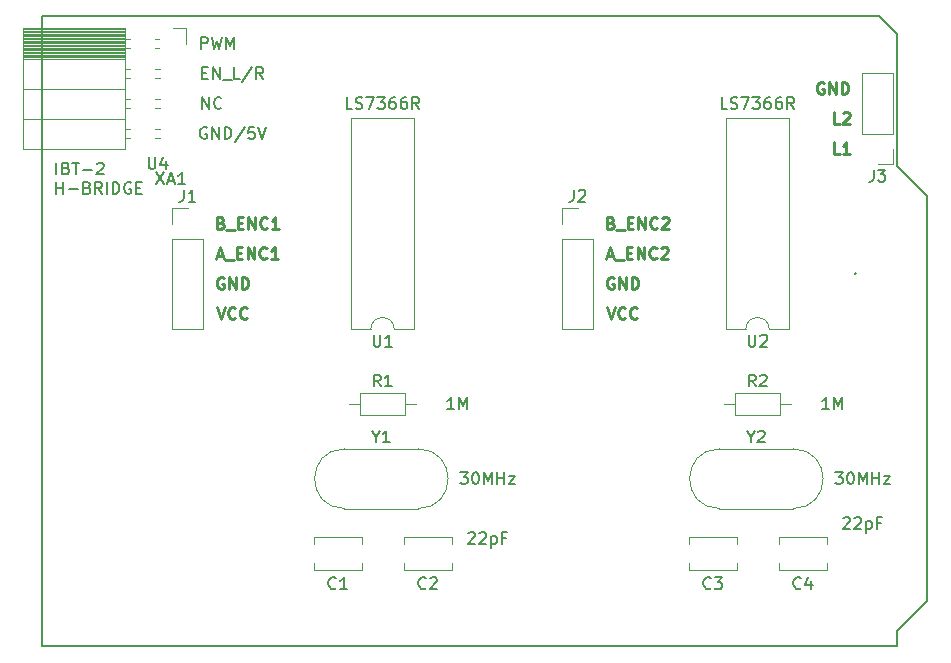
<source format=gbr>
G04 #@! TF.GenerationSoftware,KiCad,Pcbnew,(5.1.4-0-10_14)*
G04 #@! TF.CreationDate,2019-10-20T20:35:26-03:00*
G04 #@! TF.ProjectId,shield,73686965-6c64-42e6-9b69-6361645f7063,rev?*
G04 #@! TF.SameCoordinates,Original*
G04 #@! TF.FileFunction,Legend,Top*
G04 #@! TF.FilePolarity,Positive*
%FSLAX46Y46*%
G04 Gerber Fmt 4.6, Leading zero omitted, Abs format (unit mm)*
G04 Created by KiCad (PCBNEW (5.1.4-0-10_14)) date 2019-10-20 20:35:26*
%MOMM*%
%LPD*%
G04 APERTURE LIST*
%ADD10C,0.150000*%
%ADD11C,0.250000*%
%ADD12C,0.120000*%
G04 APERTURE END LIST*
D10*
X107015595Y-74557380D02*
X107015595Y-73557380D01*
X107825119Y-74033571D02*
X107967976Y-74081190D01*
X108015595Y-74128809D01*
X108063214Y-74224047D01*
X108063214Y-74366904D01*
X108015595Y-74462142D01*
X107967976Y-74509761D01*
X107872738Y-74557380D01*
X107491785Y-74557380D01*
X107491785Y-73557380D01*
X107825119Y-73557380D01*
X107920357Y-73605000D01*
X107967976Y-73652619D01*
X108015595Y-73747857D01*
X108015595Y-73843095D01*
X107967976Y-73938333D01*
X107920357Y-73985952D01*
X107825119Y-74033571D01*
X107491785Y-74033571D01*
X108348928Y-73557380D02*
X108920357Y-73557380D01*
X108634642Y-74557380D02*
X108634642Y-73557380D01*
X109253690Y-74176428D02*
X110015595Y-74176428D01*
X110444166Y-73652619D02*
X110491785Y-73605000D01*
X110587023Y-73557380D01*
X110825119Y-73557380D01*
X110920357Y-73605000D01*
X110967976Y-73652619D01*
X111015595Y-73747857D01*
X111015595Y-73843095D01*
X110967976Y-73985952D01*
X110396547Y-74557380D01*
X111015595Y-74557380D01*
X107015595Y-76207380D02*
X107015595Y-75207380D01*
X107015595Y-75683571D02*
X107587023Y-75683571D01*
X107587023Y-76207380D02*
X107587023Y-75207380D01*
X108063214Y-75826428D02*
X108825119Y-75826428D01*
X109634642Y-75683571D02*
X109777500Y-75731190D01*
X109825119Y-75778809D01*
X109872738Y-75874047D01*
X109872738Y-76016904D01*
X109825119Y-76112142D01*
X109777500Y-76159761D01*
X109682261Y-76207380D01*
X109301309Y-76207380D01*
X109301309Y-75207380D01*
X109634642Y-75207380D01*
X109729880Y-75255000D01*
X109777500Y-75302619D01*
X109825119Y-75397857D01*
X109825119Y-75493095D01*
X109777500Y-75588333D01*
X109729880Y-75635952D01*
X109634642Y-75683571D01*
X109301309Y-75683571D01*
X110872738Y-76207380D02*
X110539404Y-75731190D01*
X110301309Y-76207380D02*
X110301309Y-75207380D01*
X110682261Y-75207380D01*
X110777500Y-75255000D01*
X110825119Y-75302619D01*
X110872738Y-75397857D01*
X110872738Y-75540714D01*
X110825119Y-75635952D01*
X110777500Y-75683571D01*
X110682261Y-75731190D01*
X110301309Y-75731190D01*
X111301309Y-76207380D02*
X111301309Y-75207380D01*
X111777500Y-76207380D02*
X111777500Y-75207380D01*
X112015595Y-75207380D01*
X112158452Y-75255000D01*
X112253690Y-75350238D01*
X112301309Y-75445476D01*
X112348928Y-75635952D01*
X112348928Y-75778809D01*
X112301309Y-75969285D01*
X112253690Y-76064523D01*
X112158452Y-76159761D01*
X112015595Y-76207380D01*
X111777500Y-76207380D01*
X113301309Y-75255000D02*
X113206071Y-75207380D01*
X113063214Y-75207380D01*
X112920357Y-75255000D01*
X112825119Y-75350238D01*
X112777500Y-75445476D01*
X112729880Y-75635952D01*
X112729880Y-75778809D01*
X112777500Y-75969285D01*
X112825119Y-76064523D01*
X112920357Y-76159761D01*
X113063214Y-76207380D01*
X113158452Y-76207380D01*
X113301309Y-76159761D01*
X113348928Y-76112142D01*
X113348928Y-75778809D01*
X113158452Y-75778809D01*
X113777500Y-75683571D02*
X114110833Y-75683571D01*
X114253690Y-76207380D02*
X113777500Y-76207380D01*
X113777500Y-75207380D01*
X114253690Y-75207380D01*
X141867142Y-104957619D02*
X141914761Y-104910000D01*
X142010000Y-104862380D01*
X142248095Y-104862380D01*
X142343333Y-104910000D01*
X142390952Y-104957619D01*
X142438571Y-105052857D01*
X142438571Y-105148095D01*
X142390952Y-105290952D01*
X141819523Y-105862380D01*
X142438571Y-105862380D01*
X142819523Y-104957619D02*
X142867142Y-104910000D01*
X142962380Y-104862380D01*
X143200476Y-104862380D01*
X143295714Y-104910000D01*
X143343333Y-104957619D01*
X143390952Y-105052857D01*
X143390952Y-105148095D01*
X143343333Y-105290952D01*
X142771904Y-105862380D01*
X143390952Y-105862380D01*
X143819523Y-105195714D02*
X143819523Y-106195714D01*
X143819523Y-105243333D02*
X143914761Y-105195714D01*
X144105238Y-105195714D01*
X144200476Y-105243333D01*
X144248095Y-105290952D01*
X144295714Y-105386190D01*
X144295714Y-105671904D01*
X144248095Y-105767142D01*
X144200476Y-105814761D01*
X144105238Y-105862380D01*
X143914761Y-105862380D01*
X143819523Y-105814761D01*
X145057619Y-105338571D02*
X144724285Y-105338571D01*
X144724285Y-105862380D02*
X144724285Y-104862380D01*
X145200476Y-104862380D01*
X141200476Y-99782380D02*
X141819523Y-99782380D01*
X141486190Y-100163333D01*
X141629047Y-100163333D01*
X141724285Y-100210952D01*
X141771904Y-100258571D01*
X141819523Y-100353809D01*
X141819523Y-100591904D01*
X141771904Y-100687142D01*
X141724285Y-100734761D01*
X141629047Y-100782380D01*
X141343333Y-100782380D01*
X141248095Y-100734761D01*
X141200476Y-100687142D01*
X142438571Y-99782380D02*
X142533809Y-99782380D01*
X142629047Y-99830000D01*
X142676666Y-99877619D01*
X142724285Y-99972857D01*
X142771904Y-100163333D01*
X142771904Y-100401428D01*
X142724285Y-100591904D01*
X142676666Y-100687142D01*
X142629047Y-100734761D01*
X142533809Y-100782380D01*
X142438571Y-100782380D01*
X142343333Y-100734761D01*
X142295714Y-100687142D01*
X142248095Y-100591904D01*
X142200476Y-100401428D01*
X142200476Y-100163333D01*
X142248095Y-99972857D01*
X142295714Y-99877619D01*
X142343333Y-99830000D01*
X142438571Y-99782380D01*
X143200476Y-100782380D02*
X143200476Y-99782380D01*
X143533809Y-100496666D01*
X143867142Y-99782380D01*
X143867142Y-100782380D01*
X144343333Y-100782380D02*
X144343333Y-99782380D01*
X144343333Y-100258571D02*
X144914761Y-100258571D01*
X144914761Y-100782380D02*
X144914761Y-99782380D01*
X145295714Y-100115714D02*
X145819523Y-100115714D01*
X145295714Y-100782380D01*
X145819523Y-100782380D01*
X140684285Y-94432380D02*
X140112857Y-94432380D01*
X140398571Y-94432380D02*
X140398571Y-93432380D01*
X140303333Y-93575238D01*
X140208095Y-93670476D01*
X140112857Y-93718095D01*
X141112857Y-94432380D02*
X141112857Y-93432380D01*
X141446190Y-94146666D01*
X141779523Y-93432380D01*
X141779523Y-94432380D01*
X132048571Y-69032380D02*
X131572380Y-69032380D01*
X131572380Y-68032380D01*
X132334285Y-68984761D02*
X132477142Y-69032380D01*
X132715238Y-69032380D01*
X132810476Y-68984761D01*
X132858095Y-68937142D01*
X132905714Y-68841904D01*
X132905714Y-68746666D01*
X132858095Y-68651428D01*
X132810476Y-68603809D01*
X132715238Y-68556190D01*
X132524761Y-68508571D01*
X132429523Y-68460952D01*
X132381904Y-68413333D01*
X132334285Y-68318095D01*
X132334285Y-68222857D01*
X132381904Y-68127619D01*
X132429523Y-68080000D01*
X132524761Y-68032380D01*
X132762857Y-68032380D01*
X132905714Y-68080000D01*
X133239047Y-68032380D02*
X133905714Y-68032380D01*
X133477142Y-69032380D01*
X134191428Y-68032380D02*
X134810476Y-68032380D01*
X134477142Y-68413333D01*
X134620000Y-68413333D01*
X134715238Y-68460952D01*
X134762857Y-68508571D01*
X134810476Y-68603809D01*
X134810476Y-68841904D01*
X134762857Y-68937142D01*
X134715238Y-68984761D01*
X134620000Y-69032380D01*
X134334285Y-69032380D01*
X134239047Y-68984761D01*
X134191428Y-68937142D01*
X135667619Y-68032380D02*
X135477142Y-68032380D01*
X135381904Y-68080000D01*
X135334285Y-68127619D01*
X135239047Y-68270476D01*
X135191428Y-68460952D01*
X135191428Y-68841904D01*
X135239047Y-68937142D01*
X135286666Y-68984761D01*
X135381904Y-69032380D01*
X135572380Y-69032380D01*
X135667619Y-68984761D01*
X135715238Y-68937142D01*
X135762857Y-68841904D01*
X135762857Y-68603809D01*
X135715238Y-68508571D01*
X135667619Y-68460952D01*
X135572380Y-68413333D01*
X135381904Y-68413333D01*
X135286666Y-68460952D01*
X135239047Y-68508571D01*
X135191428Y-68603809D01*
X136620000Y-68032380D02*
X136429523Y-68032380D01*
X136334285Y-68080000D01*
X136286666Y-68127619D01*
X136191428Y-68270476D01*
X136143809Y-68460952D01*
X136143809Y-68841904D01*
X136191428Y-68937142D01*
X136239047Y-68984761D01*
X136334285Y-69032380D01*
X136524761Y-69032380D01*
X136620000Y-68984761D01*
X136667619Y-68937142D01*
X136715238Y-68841904D01*
X136715238Y-68603809D01*
X136667619Y-68508571D01*
X136620000Y-68460952D01*
X136524761Y-68413333D01*
X136334285Y-68413333D01*
X136239047Y-68460952D01*
X136191428Y-68508571D01*
X136143809Y-68603809D01*
X137715238Y-69032380D02*
X137381904Y-68556190D01*
X137143809Y-69032380D02*
X137143809Y-68032380D01*
X137524761Y-68032380D01*
X137620000Y-68080000D01*
X137667619Y-68127619D01*
X137715238Y-68222857D01*
X137715238Y-68365714D01*
X137667619Y-68460952D01*
X137620000Y-68508571D01*
X137524761Y-68556190D01*
X137143809Y-68556190D01*
X119729523Y-70620000D02*
X119634285Y-70572380D01*
X119491428Y-70572380D01*
X119348571Y-70620000D01*
X119253333Y-70715238D01*
X119205714Y-70810476D01*
X119158095Y-71000952D01*
X119158095Y-71143809D01*
X119205714Y-71334285D01*
X119253333Y-71429523D01*
X119348571Y-71524761D01*
X119491428Y-71572380D01*
X119586666Y-71572380D01*
X119729523Y-71524761D01*
X119777142Y-71477142D01*
X119777142Y-71143809D01*
X119586666Y-71143809D01*
X120205714Y-71572380D02*
X120205714Y-70572380D01*
X120777142Y-71572380D01*
X120777142Y-70572380D01*
X121253333Y-71572380D02*
X121253333Y-70572380D01*
X121491428Y-70572380D01*
X121634285Y-70620000D01*
X121729523Y-70715238D01*
X121777142Y-70810476D01*
X121824761Y-71000952D01*
X121824761Y-71143809D01*
X121777142Y-71334285D01*
X121729523Y-71429523D01*
X121634285Y-71524761D01*
X121491428Y-71572380D01*
X121253333Y-71572380D01*
X122967619Y-70524761D02*
X122110476Y-71810476D01*
X123777142Y-70572380D02*
X123300952Y-70572380D01*
X123253333Y-71048571D01*
X123300952Y-71000952D01*
X123396190Y-70953333D01*
X123634285Y-70953333D01*
X123729523Y-71000952D01*
X123777142Y-71048571D01*
X123824761Y-71143809D01*
X123824761Y-71381904D01*
X123777142Y-71477142D01*
X123729523Y-71524761D01*
X123634285Y-71572380D01*
X123396190Y-71572380D01*
X123300952Y-71524761D01*
X123253333Y-71477142D01*
X124110476Y-70572380D02*
X124443809Y-71572380D01*
X124777142Y-70572380D01*
X119356190Y-69032380D02*
X119356190Y-68032380D01*
X119927619Y-69032380D01*
X119927619Y-68032380D01*
X120975238Y-68937142D02*
X120927619Y-68984761D01*
X120784761Y-69032380D01*
X120689523Y-69032380D01*
X120546666Y-68984761D01*
X120451428Y-68889523D01*
X120403809Y-68794285D01*
X120356190Y-68603809D01*
X120356190Y-68460952D01*
X120403809Y-68270476D01*
X120451428Y-68175238D01*
X120546666Y-68080000D01*
X120689523Y-68032380D01*
X120784761Y-68032380D01*
X120927619Y-68080000D01*
X120975238Y-68127619D01*
X119372380Y-65968571D02*
X119705714Y-65968571D01*
X119848571Y-66492380D02*
X119372380Y-66492380D01*
X119372380Y-65492380D01*
X119848571Y-65492380D01*
X120277142Y-66492380D02*
X120277142Y-65492380D01*
X120848571Y-66492380D01*
X120848571Y-65492380D01*
X121086666Y-66587619D02*
X121848571Y-66587619D01*
X122562857Y-66492380D02*
X122086666Y-66492380D01*
X122086666Y-65492380D01*
X123610476Y-65444761D02*
X122753333Y-66730476D01*
X124515238Y-66492380D02*
X124181904Y-66016190D01*
X123943809Y-66492380D02*
X123943809Y-65492380D01*
X124324761Y-65492380D01*
X124420000Y-65540000D01*
X124467619Y-65587619D01*
X124515238Y-65682857D01*
X124515238Y-65825714D01*
X124467619Y-65920952D01*
X124420000Y-65968571D01*
X124324761Y-66016190D01*
X123943809Y-66016190D01*
X119245238Y-63952380D02*
X119245238Y-62952380D01*
X119626190Y-62952380D01*
X119721428Y-63000000D01*
X119769047Y-63047619D01*
X119816666Y-63142857D01*
X119816666Y-63285714D01*
X119769047Y-63380952D01*
X119721428Y-63428571D01*
X119626190Y-63476190D01*
X119245238Y-63476190D01*
X120150000Y-62952380D02*
X120388095Y-63952380D01*
X120578571Y-63238095D01*
X120769047Y-63952380D01*
X121007142Y-62952380D01*
X121388095Y-63952380D02*
X121388095Y-62952380D01*
X121721428Y-63666666D01*
X122054761Y-62952380D01*
X122054761Y-63952380D01*
X163798571Y-69032380D02*
X163322380Y-69032380D01*
X163322380Y-68032380D01*
X164084285Y-68984761D02*
X164227142Y-69032380D01*
X164465238Y-69032380D01*
X164560476Y-68984761D01*
X164608095Y-68937142D01*
X164655714Y-68841904D01*
X164655714Y-68746666D01*
X164608095Y-68651428D01*
X164560476Y-68603809D01*
X164465238Y-68556190D01*
X164274761Y-68508571D01*
X164179523Y-68460952D01*
X164131904Y-68413333D01*
X164084285Y-68318095D01*
X164084285Y-68222857D01*
X164131904Y-68127619D01*
X164179523Y-68080000D01*
X164274761Y-68032380D01*
X164512857Y-68032380D01*
X164655714Y-68080000D01*
X164989047Y-68032380D02*
X165655714Y-68032380D01*
X165227142Y-69032380D01*
X165941428Y-68032380D02*
X166560476Y-68032380D01*
X166227142Y-68413333D01*
X166370000Y-68413333D01*
X166465238Y-68460952D01*
X166512857Y-68508571D01*
X166560476Y-68603809D01*
X166560476Y-68841904D01*
X166512857Y-68937142D01*
X166465238Y-68984761D01*
X166370000Y-69032380D01*
X166084285Y-69032380D01*
X165989047Y-68984761D01*
X165941428Y-68937142D01*
X167417619Y-68032380D02*
X167227142Y-68032380D01*
X167131904Y-68080000D01*
X167084285Y-68127619D01*
X166989047Y-68270476D01*
X166941428Y-68460952D01*
X166941428Y-68841904D01*
X166989047Y-68937142D01*
X167036666Y-68984761D01*
X167131904Y-69032380D01*
X167322380Y-69032380D01*
X167417619Y-68984761D01*
X167465238Y-68937142D01*
X167512857Y-68841904D01*
X167512857Y-68603809D01*
X167465238Y-68508571D01*
X167417619Y-68460952D01*
X167322380Y-68413333D01*
X167131904Y-68413333D01*
X167036666Y-68460952D01*
X166989047Y-68508571D01*
X166941428Y-68603809D01*
X168370000Y-68032380D02*
X168179523Y-68032380D01*
X168084285Y-68080000D01*
X168036666Y-68127619D01*
X167941428Y-68270476D01*
X167893809Y-68460952D01*
X167893809Y-68841904D01*
X167941428Y-68937142D01*
X167989047Y-68984761D01*
X168084285Y-69032380D01*
X168274761Y-69032380D01*
X168370000Y-68984761D01*
X168417619Y-68937142D01*
X168465238Y-68841904D01*
X168465238Y-68603809D01*
X168417619Y-68508571D01*
X168370000Y-68460952D01*
X168274761Y-68413333D01*
X168084285Y-68413333D01*
X167989047Y-68460952D01*
X167941428Y-68508571D01*
X167893809Y-68603809D01*
X169465238Y-69032380D02*
X169131904Y-68556190D01*
X168893809Y-69032380D02*
X168893809Y-68032380D01*
X169274761Y-68032380D01*
X169370000Y-68080000D01*
X169417619Y-68127619D01*
X169465238Y-68222857D01*
X169465238Y-68365714D01*
X169417619Y-68460952D01*
X169370000Y-68508571D01*
X169274761Y-68556190D01*
X168893809Y-68556190D01*
X172434285Y-94432380D02*
X171862857Y-94432380D01*
X172148571Y-94432380D02*
X172148571Y-93432380D01*
X172053333Y-93575238D01*
X171958095Y-93670476D01*
X171862857Y-93718095D01*
X172862857Y-94432380D02*
X172862857Y-93432380D01*
X173196190Y-94146666D01*
X173529523Y-93432380D01*
X173529523Y-94432380D01*
X173617142Y-103687619D02*
X173664761Y-103640000D01*
X173760000Y-103592380D01*
X173998095Y-103592380D01*
X174093333Y-103640000D01*
X174140952Y-103687619D01*
X174188571Y-103782857D01*
X174188571Y-103878095D01*
X174140952Y-104020952D01*
X173569523Y-104592380D01*
X174188571Y-104592380D01*
X174569523Y-103687619D02*
X174617142Y-103640000D01*
X174712380Y-103592380D01*
X174950476Y-103592380D01*
X175045714Y-103640000D01*
X175093333Y-103687619D01*
X175140952Y-103782857D01*
X175140952Y-103878095D01*
X175093333Y-104020952D01*
X174521904Y-104592380D01*
X175140952Y-104592380D01*
X175569523Y-103925714D02*
X175569523Y-104925714D01*
X175569523Y-103973333D02*
X175664761Y-103925714D01*
X175855238Y-103925714D01*
X175950476Y-103973333D01*
X175998095Y-104020952D01*
X176045714Y-104116190D01*
X176045714Y-104401904D01*
X175998095Y-104497142D01*
X175950476Y-104544761D01*
X175855238Y-104592380D01*
X175664761Y-104592380D01*
X175569523Y-104544761D01*
X176807619Y-104068571D02*
X176474285Y-104068571D01*
X176474285Y-104592380D02*
X176474285Y-103592380D01*
X176950476Y-103592380D01*
X172950476Y-99782380D02*
X173569523Y-99782380D01*
X173236190Y-100163333D01*
X173379047Y-100163333D01*
X173474285Y-100210952D01*
X173521904Y-100258571D01*
X173569523Y-100353809D01*
X173569523Y-100591904D01*
X173521904Y-100687142D01*
X173474285Y-100734761D01*
X173379047Y-100782380D01*
X173093333Y-100782380D01*
X172998095Y-100734761D01*
X172950476Y-100687142D01*
X174188571Y-99782380D02*
X174283809Y-99782380D01*
X174379047Y-99830000D01*
X174426666Y-99877619D01*
X174474285Y-99972857D01*
X174521904Y-100163333D01*
X174521904Y-100401428D01*
X174474285Y-100591904D01*
X174426666Y-100687142D01*
X174379047Y-100734761D01*
X174283809Y-100782380D01*
X174188571Y-100782380D01*
X174093333Y-100734761D01*
X174045714Y-100687142D01*
X173998095Y-100591904D01*
X173950476Y-100401428D01*
X173950476Y-100163333D01*
X173998095Y-99972857D01*
X174045714Y-99877619D01*
X174093333Y-99830000D01*
X174188571Y-99782380D01*
X174950476Y-100782380D02*
X174950476Y-99782380D01*
X175283809Y-100496666D01*
X175617142Y-99782380D01*
X175617142Y-100782380D01*
X176093333Y-100782380D02*
X176093333Y-99782380D01*
X176093333Y-100258571D02*
X176664761Y-100258571D01*
X176664761Y-100782380D02*
X176664761Y-99782380D01*
X177045714Y-100115714D02*
X177569523Y-100115714D01*
X177045714Y-100782380D01*
X177569523Y-100782380D01*
D11*
X120928095Y-78668571D02*
X121070952Y-78716190D01*
X121118571Y-78763809D01*
X121166190Y-78859047D01*
X121166190Y-79001904D01*
X121118571Y-79097142D01*
X121070952Y-79144761D01*
X120975714Y-79192380D01*
X120594761Y-79192380D01*
X120594761Y-78192380D01*
X120928095Y-78192380D01*
X121023333Y-78240000D01*
X121070952Y-78287619D01*
X121118571Y-78382857D01*
X121118571Y-78478095D01*
X121070952Y-78573333D01*
X121023333Y-78620952D01*
X120928095Y-78668571D01*
X120594761Y-78668571D01*
X121356666Y-79287619D02*
X122118571Y-79287619D01*
X122356666Y-78668571D02*
X122690000Y-78668571D01*
X122832857Y-79192380D02*
X122356666Y-79192380D01*
X122356666Y-78192380D01*
X122832857Y-78192380D01*
X123261428Y-79192380D02*
X123261428Y-78192380D01*
X123832857Y-79192380D01*
X123832857Y-78192380D01*
X124880476Y-79097142D02*
X124832857Y-79144761D01*
X124690000Y-79192380D01*
X124594761Y-79192380D01*
X124451904Y-79144761D01*
X124356666Y-79049523D01*
X124309047Y-78954285D01*
X124261428Y-78763809D01*
X124261428Y-78620952D01*
X124309047Y-78430476D01*
X124356666Y-78335238D01*
X124451904Y-78240000D01*
X124594761Y-78192380D01*
X124690000Y-78192380D01*
X124832857Y-78240000D01*
X124880476Y-78287619D01*
X125832857Y-79192380D02*
X125261428Y-79192380D01*
X125547142Y-79192380D02*
X125547142Y-78192380D01*
X125451904Y-78335238D01*
X125356666Y-78430476D01*
X125261428Y-78478095D01*
X121158095Y-83320000D02*
X121062857Y-83272380D01*
X120920000Y-83272380D01*
X120777142Y-83320000D01*
X120681904Y-83415238D01*
X120634285Y-83510476D01*
X120586666Y-83700952D01*
X120586666Y-83843809D01*
X120634285Y-84034285D01*
X120681904Y-84129523D01*
X120777142Y-84224761D01*
X120920000Y-84272380D01*
X121015238Y-84272380D01*
X121158095Y-84224761D01*
X121205714Y-84177142D01*
X121205714Y-83843809D01*
X121015238Y-83843809D01*
X121634285Y-84272380D02*
X121634285Y-83272380D01*
X122205714Y-84272380D01*
X122205714Y-83272380D01*
X122681904Y-84272380D02*
X122681904Y-83272380D01*
X122920000Y-83272380D01*
X123062857Y-83320000D01*
X123158095Y-83415238D01*
X123205714Y-83510476D01*
X123253333Y-83700952D01*
X123253333Y-83843809D01*
X123205714Y-84034285D01*
X123158095Y-84129523D01*
X123062857Y-84224761D01*
X122920000Y-84272380D01*
X122681904Y-84272380D01*
X120618571Y-81446666D02*
X121094761Y-81446666D01*
X120523333Y-81732380D02*
X120856666Y-80732380D01*
X121190000Y-81732380D01*
X121285238Y-81827619D02*
X122047142Y-81827619D01*
X122285238Y-81208571D02*
X122618571Y-81208571D01*
X122761428Y-81732380D02*
X122285238Y-81732380D01*
X122285238Y-80732380D01*
X122761428Y-80732380D01*
X123190000Y-81732380D02*
X123190000Y-80732380D01*
X123761428Y-81732380D01*
X123761428Y-80732380D01*
X124809047Y-81637142D02*
X124761428Y-81684761D01*
X124618571Y-81732380D01*
X124523333Y-81732380D01*
X124380476Y-81684761D01*
X124285238Y-81589523D01*
X124237619Y-81494285D01*
X124190000Y-81303809D01*
X124190000Y-81160952D01*
X124237619Y-80970476D01*
X124285238Y-80875238D01*
X124380476Y-80780000D01*
X124523333Y-80732380D01*
X124618571Y-80732380D01*
X124761428Y-80780000D01*
X124809047Y-80827619D01*
X125761428Y-81732380D02*
X125190000Y-81732380D01*
X125475714Y-81732380D02*
X125475714Y-80732380D01*
X125380476Y-80875238D01*
X125285238Y-80970476D01*
X125190000Y-81018095D01*
X120586666Y-85812380D02*
X120920000Y-86812380D01*
X121253333Y-85812380D01*
X122158095Y-86717142D02*
X122110476Y-86764761D01*
X121967619Y-86812380D01*
X121872380Y-86812380D01*
X121729523Y-86764761D01*
X121634285Y-86669523D01*
X121586666Y-86574285D01*
X121539047Y-86383809D01*
X121539047Y-86240952D01*
X121586666Y-86050476D01*
X121634285Y-85955238D01*
X121729523Y-85860000D01*
X121872380Y-85812380D01*
X121967619Y-85812380D01*
X122110476Y-85860000D01*
X122158095Y-85907619D01*
X123158095Y-86717142D02*
X123110476Y-86764761D01*
X122967619Y-86812380D01*
X122872380Y-86812380D01*
X122729523Y-86764761D01*
X122634285Y-86669523D01*
X122586666Y-86574285D01*
X122539047Y-86383809D01*
X122539047Y-86240952D01*
X122586666Y-86050476D01*
X122634285Y-85955238D01*
X122729523Y-85860000D01*
X122872380Y-85812380D01*
X122967619Y-85812380D01*
X123110476Y-85860000D01*
X123158095Y-85907619D01*
X153948095Y-78668571D02*
X154090952Y-78716190D01*
X154138571Y-78763809D01*
X154186190Y-78859047D01*
X154186190Y-79001904D01*
X154138571Y-79097142D01*
X154090952Y-79144761D01*
X153995714Y-79192380D01*
X153614761Y-79192380D01*
X153614761Y-78192380D01*
X153948095Y-78192380D01*
X154043333Y-78240000D01*
X154090952Y-78287619D01*
X154138571Y-78382857D01*
X154138571Y-78478095D01*
X154090952Y-78573333D01*
X154043333Y-78620952D01*
X153948095Y-78668571D01*
X153614761Y-78668571D01*
X154376666Y-79287619D02*
X155138571Y-79287619D01*
X155376666Y-78668571D02*
X155710000Y-78668571D01*
X155852857Y-79192380D02*
X155376666Y-79192380D01*
X155376666Y-78192380D01*
X155852857Y-78192380D01*
X156281428Y-79192380D02*
X156281428Y-78192380D01*
X156852857Y-79192380D01*
X156852857Y-78192380D01*
X157900476Y-79097142D02*
X157852857Y-79144761D01*
X157710000Y-79192380D01*
X157614761Y-79192380D01*
X157471904Y-79144761D01*
X157376666Y-79049523D01*
X157329047Y-78954285D01*
X157281428Y-78763809D01*
X157281428Y-78620952D01*
X157329047Y-78430476D01*
X157376666Y-78335238D01*
X157471904Y-78240000D01*
X157614761Y-78192380D01*
X157710000Y-78192380D01*
X157852857Y-78240000D01*
X157900476Y-78287619D01*
X158281428Y-78287619D02*
X158329047Y-78240000D01*
X158424285Y-78192380D01*
X158662380Y-78192380D01*
X158757619Y-78240000D01*
X158805238Y-78287619D01*
X158852857Y-78382857D01*
X158852857Y-78478095D01*
X158805238Y-78620952D01*
X158233809Y-79192380D01*
X158852857Y-79192380D01*
X153638571Y-81446666D02*
X154114761Y-81446666D01*
X153543333Y-81732380D02*
X153876666Y-80732380D01*
X154210000Y-81732380D01*
X154305238Y-81827619D02*
X155067142Y-81827619D01*
X155305238Y-81208571D02*
X155638571Y-81208571D01*
X155781428Y-81732380D02*
X155305238Y-81732380D01*
X155305238Y-80732380D01*
X155781428Y-80732380D01*
X156210000Y-81732380D02*
X156210000Y-80732380D01*
X156781428Y-81732380D01*
X156781428Y-80732380D01*
X157829047Y-81637142D02*
X157781428Y-81684761D01*
X157638571Y-81732380D01*
X157543333Y-81732380D01*
X157400476Y-81684761D01*
X157305238Y-81589523D01*
X157257619Y-81494285D01*
X157210000Y-81303809D01*
X157210000Y-81160952D01*
X157257619Y-80970476D01*
X157305238Y-80875238D01*
X157400476Y-80780000D01*
X157543333Y-80732380D01*
X157638571Y-80732380D01*
X157781428Y-80780000D01*
X157829047Y-80827619D01*
X158210000Y-80827619D02*
X158257619Y-80780000D01*
X158352857Y-80732380D01*
X158590952Y-80732380D01*
X158686190Y-80780000D01*
X158733809Y-80827619D01*
X158781428Y-80922857D01*
X158781428Y-81018095D01*
X158733809Y-81160952D01*
X158162380Y-81732380D01*
X158781428Y-81732380D01*
X153606666Y-85812380D02*
X153940000Y-86812380D01*
X154273333Y-85812380D01*
X155178095Y-86717142D02*
X155130476Y-86764761D01*
X154987619Y-86812380D01*
X154892380Y-86812380D01*
X154749523Y-86764761D01*
X154654285Y-86669523D01*
X154606666Y-86574285D01*
X154559047Y-86383809D01*
X154559047Y-86240952D01*
X154606666Y-86050476D01*
X154654285Y-85955238D01*
X154749523Y-85860000D01*
X154892380Y-85812380D01*
X154987619Y-85812380D01*
X155130476Y-85860000D01*
X155178095Y-85907619D01*
X156178095Y-86717142D02*
X156130476Y-86764761D01*
X155987619Y-86812380D01*
X155892380Y-86812380D01*
X155749523Y-86764761D01*
X155654285Y-86669523D01*
X155606666Y-86574285D01*
X155559047Y-86383809D01*
X155559047Y-86240952D01*
X155606666Y-86050476D01*
X155654285Y-85955238D01*
X155749523Y-85860000D01*
X155892380Y-85812380D01*
X155987619Y-85812380D01*
X156130476Y-85860000D01*
X156178095Y-85907619D01*
X154178095Y-83320000D02*
X154082857Y-83272380D01*
X153940000Y-83272380D01*
X153797142Y-83320000D01*
X153701904Y-83415238D01*
X153654285Y-83510476D01*
X153606666Y-83700952D01*
X153606666Y-83843809D01*
X153654285Y-84034285D01*
X153701904Y-84129523D01*
X153797142Y-84224761D01*
X153940000Y-84272380D01*
X154035238Y-84272380D01*
X154178095Y-84224761D01*
X154225714Y-84177142D01*
X154225714Y-83843809D01*
X154035238Y-83843809D01*
X154654285Y-84272380D02*
X154654285Y-83272380D01*
X155225714Y-84272380D01*
X155225714Y-83272380D01*
X155701904Y-84272380D02*
X155701904Y-83272380D01*
X155940000Y-83272380D01*
X156082857Y-83320000D01*
X156178095Y-83415238D01*
X156225714Y-83510476D01*
X156273333Y-83700952D01*
X156273333Y-83843809D01*
X156225714Y-84034285D01*
X156178095Y-84129523D01*
X156082857Y-84224761D01*
X155940000Y-84272380D01*
X155701904Y-84272380D01*
X171958095Y-66810000D02*
X171862857Y-66762380D01*
X171720000Y-66762380D01*
X171577142Y-66810000D01*
X171481904Y-66905238D01*
X171434285Y-67000476D01*
X171386666Y-67190952D01*
X171386666Y-67333809D01*
X171434285Y-67524285D01*
X171481904Y-67619523D01*
X171577142Y-67714761D01*
X171720000Y-67762380D01*
X171815238Y-67762380D01*
X171958095Y-67714761D01*
X172005714Y-67667142D01*
X172005714Y-67333809D01*
X171815238Y-67333809D01*
X172434285Y-67762380D02*
X172434285Y-66762380D01*
X173005714Y-67762380D01*
X173005714Y-66762380D01*
X173481904Y-67762380D02*
X173481904Y-66762380D01*
X173720000Y-66762380D01*
X173862857Y-66810000D01*
X173958095Y-66905238D01*
X174005714Y-67000476D01*
X174053333Y-67190952D01*
X174053333Y-67333809D01*
X174005714Y-67524285D01*
X173958095Y-67619523D01*
X173862857Y-67714761D01*
X173720000Y-67762380D01*
X173481904Y-67762380D01*
X173315238Y-70302380D02*
X172839047Y-70302380D01*
X172839047Y-69302380D01*
X173600952Y-69397619D02*
X173648571Y-69350000D01*
X173743809Y-69302380D01*
X173981904Y-69302380D01*
X174077142Y-69350000D01*
X174124761Y-69397619D01*
X174172380Y-69492857D01*
X174172380Y-69588095D01*
X174124761Y-69730952D01*
X173553333Y-70302380D01*
X174172380Y-70302380D01*
X173315238Y-72842380D02*
X172839047Y-72842380D01*
X172839047Y-71842380D01*
X174172380Y-72842380D02*
X173600952Y-72842380D01*
X173886666Y-72842380D02*
X173886666Y-71842380D01*
X173791428Y-71985238D01*
X173696190Y-72080476D01*
X173600952Y-72128095D01*
D12*
X163720000Y-87690000D02*
X165370000Y-87690000D01*
X163720000Y-69790000D02*
X163720000Y-87690000D01*
X169020000Y-69790000D02*
X163720000Y-69790000D01*
X169020000Y-87690000D02*
X169020000Y-69790000D01*
X167370000Y-87690000D02*
X169020000Y-87690000D01*
X165370000Y-87690000D02*
G75*
G02X167370000Y-87690000I1000000J0D01*
G01*
D10*
X105810000Y-61180000D02*
X176676000Y-61180000D01*
X105810000Y-114520000D02*
X178200000Y-114520000D01*
X176676000Y-61180000D02*
X178200000Y-62704000D01*
X178200000Y-114520000D02*
X178200000Y-113250000D01*
X178200000Y-113250000D02*
X180740000Y-110710000D01*
X180740000Y-110710000D02*
X180740000Y-76420000D01*
X180740000Y-76420000D02*
X178200000Y-73880000D01*
X178200000Y-73880000D02*
X178200000Y-62704000D01*
X105810000Y-61180000D02*
X105810000Y-114520000D01*
D12*
X149800000Y-77410000D02*
X151130000Y-77410000D01*
X149800000Y-78740000D02*
X149800000Y-77410000D01*
X149800000Y-80010000D02*
X152460000Y-80010000D01*
X152460000Y-80010000D02*
X152460000Y-87690000D01*
X149800000Y-80010000D02*
X149800000Y-87690000D01*
X149800000Y-87690000D02*
X152460000Y-87690000D01*
X116780000Y-77410000D02*
X118110000Y-77410000D01*
X116780000Y-78740000D02*
X116780000Y-77410000D01*
X116780000Y-80010000D02*
X119440000Y-80010000D01*
X119440000Y-80010000D02*
X119440000Y-87690000D01*
X116780000Y-80010000D02*
X116780000Y-87690000D01*
X116780000Y-87690000D02*
X119440000Y-87690000D01*
X177860000Y-73720000D02*
X176530000Y-73720000D01*
X177860000Y-72390000D02*
X177860000Y-73720000D01*
X177860000Y-71120000D02*
X175200000Y-71120000D01*
X175200000Y-71120000D02*
X175200000Y-65980000D01*
X177860000Y-71120000D02*
X177860000Y-65980000D01*
X177860000Y-65980000D02*
X175200000Y-65980000D01*
X131970000Y-87690000D02*
X133620000Y-87690000D01*
X131970000Y-69790000D02*
X131970000Y-87690000D01*
X137270000Y-69790000D02*
X131970000Y-69790000D01*
X137270000Y-87690000D02*
X137270000Y-69790000D01*
X135620000Y-87690000D02*
X137270000Y-87690000D01*
X133620000Y-87690000D02*
G75*
G02X135620000Y-87690000I1000000J0D01*
G01*
X163145000Y-97805000D02*
X169395000Y-97805000D01*
X163145000Y-102855000D02*
X169395000Y-102855000D01*
X163145000Y-102855000D02*
G75*
G02X163145000Y-97805000I0J2525000D01*
G01*
X169395000Y-102855000D02*
G75*
G03X169395000Y-97805000I0J2525000D01*
G01*
X131395000Y-97805000D02*
X137645000Y-97805000D01*
X131395000Y-102855000D02*
X137645000Y-102855000D01*
X131395000Y-102855000D02*
G75*
G02X131395000Y-97805000I0J2525000D01*
G01*
X137645000Y-102855000D02*
G75*
G03X137645000Y-97805000I0J2525000D01*
G01*
X116840000Y-62170000D02*
X117950000Y-62170000D01*
X117950000Y-62170000D02*
X117950000Y-63500000D01*
X104210000Y-62170000D02*
X104210000Y-72450000D01*
X104210000Y-72450000D02*
X112840000Y-72450000D01*
X112840000Y-62170000D02*
X112840000Y-72450000D01*
X104210000Y-62170000D02*
X112840000Y-62170000D01*
X104210000Y-69850000D02*
X112840000Y-69850000D01*
X104210000Y-67310000D02*
X112840000Y-67310000D01*
X104210000Y-64770000D02*
X112840000Y-64770000D01*
X115350000Y-71480000D02*
X115790000Y-71480000D01*
X112840000Y-71480000D02*
X113250000Y-71480000D01*
X115350000Y-70760000D02*
X115790000Y-70760000D01*
X112840000Y-70760000D02*
X113250000Y-70760000D01*
X115350000Y-68940000D02*
X115790000Y-68940000D01*
X112840000Y-68940000D02*
X113250000Y-68940000D01*
X115350000Y-68220000D02*
X115790000Y-68220000D01*
X112840000Y-68220000D02*
X113250000Y-68220000D01*
X115350000Y-66400000D02*
X115790000Y-66400000D01*
X112840000Y-66400000D02*
X113250000Y-66400000D01*
X115350000Y-65680000D02*
X115790000Y-65680000D01*
X112840000Y-65680000D02*
X113250000Y-65680000D01*
X115350000Y-63860000D02*
X115730000Y-63860000D01*
X112840000Y-63860000D02*
X113250000Y-63860000D01*
X115350000Y-63140000D02*
X115730000Y-63140000D01*
X112840000Y-63140000D02*
X113250000Y-63140000D01*
X104210000Y-64651900D02*
X112840000Y-64651900D01*
X104210000Y-64533805D02*
X112840000Y-64533805D01*
X104210000Y-64415710D02*
X112840000Y-64415710D01*
X104210000Y-64297615D02*
X112840000Y-64297615D01*
X104210000Y-64179520D02*
X112840000Y-64179520D01*
X104210000Y-64061425D02*
X112840000Y-64061425D01*
X104210000Y-63943330D02*
X112840000Y-63943330D01*
X104210000Y-63825235D02*
X112840000Y-63825235D01*
X104210000Y-63707140D02*
X112840000Y-63707140D01*
X104210000Y-63589045D02*
X112840000Y-63589045D01*
X104210000Y-63470950D02*
X112840000Y-63470950D01*
X104210000Y-63352855D02*
X112840000Y-63352855D01*
X104210000Y-63234760D02*
X112840000Y-63234760D01*
X104210000Y-63116665D02*
X112840000Y-63116665D01*
X104210000Y-62998570D02*
X112840000Y-62998570D01*
X104210000Y-62880475D02*
X112840000Y-62880475D01*
X104210000Y-62762380D02*
X112840000Y-62762380D01*
X104210000Y-62644285D02*
X112840000Y-62644285D01*
X104210000Y-62526190D02*
X112840000Y-62526190D01*
X104210000Y-62408095D02*
X112840000Y-62408095D01*
X104210000Y-62290000D02*
X112840000Y-62290000D01*
X164450000Y-93060000D02*
X164450000Y-94900000D01*
X164450000Y-94900000D02*
X168290000Y-94900000D01*
X168290000Y-94900000D02*
X168290000Y-93060000D01*
X168290000Y-93060000D02*
X164450000Y-93060000D01*
X163500000Y-93980000D02*
X164450000Y-93980000D01*
X169240000Y-93980000D02*
X168290000Y-93980000D01*
X132700000Y-93060000D02*
X132700000Y-94900000D01*
X132700000Y-94900000D02*
X136540000Y-94900000D01*
X136540000Y-94900000D02*
X136540000Y-93060000D01*
X136540000Y-93060000D02*
X132700000Y-93060000D01*
X131750000Y-93980000D02*
X132700000Y-93980000D01*
X137490000Y-93980000D02*
X136540000Y-93980000D01*
X172220000Y-108100000D02*
X168180000Y-108100000D01*
X172220000Y-105260000D02*
X168180000Y-105260000D01*
X172220000Y-108100000D02*
X172220000Y-107475000D01*
X172220000Y-105885000D02*
X172220000Y-105260000D01*
X168180000Y-108100000D02*
X168180000Y-107475000D01*
X168180000Y-105885000D02*
X168180000Y-105260000D01*
X164600000Y-108100000D02*
X160560000Y-108100000D01*
X164600000Y-105260000D02*
X160560000Y-105260000D01*
X164600000Y-108100000D02*
X164600000Y-107475000D01*
X164600000Y-105885000D02*
X164600000Y-105260000D01*
X160560000Y-108100000D02*
X160560000Y-107475000D01*
X160560000Y-105885000D02*
X160560000Y-105260000D01*
X140470000Y-108100000D02*
X136430000Y-108100000D01*
X140470000Y-105260000D02*
X136430000Y-105260000D01*
X140470000Y-108100000D02*
X140470000Y-107475000D01*
X140470000Y-105885000D02*
X140470000Y-105260000D01*
X136430000Y-108100000D02*
X136430000Y-107475000D01*
X136430000Y-105885000D02*
X136430000Y-105260000D01*
X132850000Y-108100000D02*
X128810000Y-108100000D01*
X132850000Y-105260000D02*
X128810000Y-105260000D01*
X132850000Y-108100000D02*
X132850000Y-107475000D01*
X132850000Y-105885000D02*
X132850000Y-105260000D01*
X128810000Y-108100000D02*
X128810000Y-107475000D01*
X128810000Y-105885000D02*
X128810000Y-105260000D01*
D10*
X165608095Y-88142380D02*
X165608095Y-88951904D01*
X165655714Y-89047142D01*
X165703333Y-89094761D01*
X165798571Y-89142380D01*
X165989047Y-89142380D01*
X166084285Y-89094761D01*
X166131904Y-89047142D01*
X166179523Y-88951904D01*
X166179523Y-88142380D01*
X166608095Y-88237619D02*
X166655714Y-88190000D01*
X166750952Y-88142380D01*
X166989047Y-88142380D01*
X167084285Y-88190000D01*
X167131904Y-88237619D01*
X167179523Y-88332857D01*
X167179523Y-88428095D01*
X167131904Y-88570952D01*
X166560476Y-89142380D01*
X167179523Y-89142380D01*
X115474761Y-74382380D02*
X116141428Y-75382380D01*
X116141428Y-74382380D02*
X115474761Y-75382380D01*
X116474761Y-75096666D02*
X116950952Y-75096666D01*
X116379523Y-75382380D02*
X116712857Y-74382380D01*
X117046190Y-75382380D01*
X117903333Y-75382380D02*
X117331904Y-75382380D01*
X117617619Y-75382380D02*
X117617619Y-74382380D01*
X117522380Y-74525238D01*
X117427142Y-74620476D01*
X117331904Y-74668095D01*
X174644000Y-82873142D02*
X174691619Y-82920761D01*
X174644000Y-82968380D01*
X174596380Y-82920761D01*
X174644000Y-82873142D01*
X174644000Y-82968380D01*
X150796666Y-75862380D02*
X150796666Y-76576666D01*
X150749047Y-76719523D01*
X150653809Y-76814761D01*
X150510952Y-76862380D01*
X150415714Y-76862380D01*
X151225238Y-75957619D02*
X151272857Y-75910000D01*
X151368095Y-75862380D01*
X151606190Y-75862380D01*
X151701428Y-75910000D01*
X151749047Y-75957619D01*
X151796666Y-76052857D01*
X151796666Y-76148095D01*
X151749047Y-76290952D01*
X151177619Y-76862380D01*
X151796666Y-76862380D01*
X117776666Y-75862380D02*
X117776666Y-76576666D01*
X117729047Y-76719523D01*
X117633809Y-76814761D01*
X117490952Y-76862380D01*
X117395714Y-76862380D01*
X118776666Y-76862380D02*
X118205238Y-76862380D01*
X118490952Y-76862380D02*
X118490952Y-75862380D01*
X118395714Y-76005238D01*
X118300476Y-76100476D01*
X118205238Y-76148095D01*
X176196666Y-74172380D02*
X176196666Y-74886666D01*
X176149047Y-75029523D01*
X176053809Y-75124761D01*
X175910952Y-75172380D01*
X175815714Y-75172380D01*
X176577619Y-74172380D02*
X177196666Y-74172380D01*
X176863333Y-74553333D01*
X177006190Y-74553333D01*
X177101428Y-74600952D01*
X177149047Y-74648571D01*
X177196666Y-74743809D01*
X177196666Y-74981904D01*
X177149047Y-75077142D01*
X177101428Y-75124761D01*
X177006190Y-75172380D01*
X176720476Y-75172380D01*
X176625238Y-75124761D01*
X176577619Y-75077142D01*
X133858095Y-88142380D02*
X133858095Y-88951904D01*
X133905714Y-89047142D01*
X133953333Y-89094761D01*
X134048571Y-89142380D01*
X134239047Y-89142380D01*
X134334285Y-89094761D01*
X134381904Y-89047142D01*
X134429523Y-88951904D01*
X134429523Y-88142380D01*
X135429523Y-89142380D02*
X134858095Y-89142380D01*
X135143809Y-89142380D02*
X135143809Y-88142380D01*
X135048571Y-88285238D01*
X134953333Y-88380476D01*
X134858095Y-88428095D01*
X165793809Y-96781190D02*
X165793809Y-97257380D01*
X165460476Y-96257380D02*
X165793809Y-96781190D01*
X166127142Y-96257380D01*
X166412857Y-96352619D02*
X166460476Y-96305000D01*
X166555714Y-96257380D01*
X166793809Y-96257380D01*
X166889047Y-96305000D01*
X166936666Y-96352619D01*
X166984285Y-96447857D01*
X166984285Y-96543095D01*
X166936666Y-96685952D01*
X166365238Y-97257380D01*
X166984285Y-97257380D01*
X134043809Y-96781190D02*
X134043809Y-97257380D01*
X133710476Y-96257380D02*
X134043809Y-96781190D01*
X134377142Y-96257380D01*
X135234285Y-97257380D02*
X134662857Y-97257380D01*
X134948571Y-97257380D02*
X134948571Y-96257380D01*
X134853333Y-96400238D01*
X134758095Y-96495476D01*
X134662857Y-96543095D01*
X114808095Y-73112380D02*
X114808095Y-73921904D01*
X114855714Y-74017142D01*
X114903333Y-74064761D01*
X114998571Y-74112380D01*
X115189047Y-74112380D01*
X115284285Y-74064761D01*
X115331904Y-74017142D01*
X115379523Y-73921904D01*
X115379523Y-73112380D01*
X116284285Y-73445714D02*
X116284285Y-74112380D01*
X116046190Y-73064761D02*
X115808095Y-73779047D01*
X116427142Y-73779047D01*
X166203333Y-92512380D02*
X165870000Y-92036190D01*
X165631904Y-92512380D02*
X165631904Y-91512380D01*
X166012857Y-91512380D01*
X166108095Y-91560000D01*
X166155714Y-91607619D01*
X166203333Y-91702857D01*
X166203333Y-91845714D01*
X166155714Y-91940952D01*
X166108095Y-91988571D01*
X166012857Y-92036190D01*
X165631904Y-92036190D01*
X166584285Y-91607619D02*
X166631904Y-91560000D01*
X166727142Y-91512380D01*
X166965238Y-91512380D01*
X167060476Y-91560000D01*
X167108095Y-91607619D01*
X167155714Y-91702857D01*
X167155714Y-91798095D01*
X167108095Y-91940952D01*
X166536666Y-92512380D01*
X167155714Y-92512380D01*
X134453333Y-92512380D02*
X134120000Y-92036190D01*
X133881904Y-92512380D02*
X133881904Y-91512380D01*
X134262857Y-91512380D01*
X134358095Y-91560000D01*
X134405714Y-91607619D01*
X134453333Y-91702857D01*
X134453333Y-91845714D01*
X134405714Y-91940952D01*
X134358095Y-91988571D01*
X134262857Y-92036190D01*
X133881904Y-92036190D01*
X135405714Y-92512380D02*
X134834285Y-92512380D01*
X135120000Y-92512380D02*
X135120000Y-91512380D01*
X135024761Y-91655238D01*
X134929523Y-91750476D01*
X134834285Y-91798095D01*
X170033333Y-109587142D02*
X169985714Y-109634761D01*
X169842857Y-109682380D01*
X169747619Y-109682380D01*
X169604761Y-109634761D01*
X169509523Y-109539523D01*
X169461904Y-109444285D01*
X169414285Y-109253809D01*
X169414285Y-109110952D01*
X169461904Y-108920476D01*
X169509523Y-108825238D01*
X169604761Y-108730000D01*
X169747619Y-108682380D01*
X169842857Y-108682380D01*
X169985714Y-108730000D01*
X170033333Y-108777619D01*
X170890476Y-109015714D02*
X170890476Y-109682380D01*
X170652380Y-108634761D02*
X170414285Y-109349047D01*
X171033333Y-109349047D01*
X162413333Y-109587142D02*
X162365714Y-109634761D01*
X162222857Y-109682380D01*
X162127619Y-109682380D01*
X161984761Y-109634761D01*
X161889523Y-109539523D01*
X161841904Y-109444285D01*
X161794285Y-109253809D01*
X161794285Y-109110952D01*
X161841904Y-108920476D01*
X161889523Y-108825238D01*
X161984761Y-108730000D01*
X162127619Y-108682380D01*
X162222857Y-108682380D01*
X162365714Y-108730000D01*
X162413333Y-108777619D01*
X162746666Y-108682380D02*
X163365714Y-108682380D01*
X163032380Y-109063333D01*
X163175238Y-109063333D01*
X163270476Y-109110952D01*
X163318095Y-109158571D01*
X163365714Y-109253809D01*
X163365714Y-109491904D01*
X163318095Y-109587142D01*
X163270476Y-109634761D01*
X163175238Y-109682380D01*
X162889523Y-109682380D01*
X162794285Y-109634761D01*
X162746666Y-109587142D01*
X138283333Y-109587142D02*
X138235714Y-109634761D01*
X138092857Y-109682380D01*
X137997619Y-109682380D01*
X137854761Y-109634761D01*
X137759523Y-109539523D01*
X137711904Y-109444285D01*
X137664285Y-109253809D01*
X137664285Y-109110952D01*
X137711904Y-108920476D01*
X137759523Y-108825238D01*
X137854761Y-108730000D01*
X137997619Y-108682380D01*
X138092857Y-108682380D01*
X138235714Y-108730000D01*
X138283333Y-108777619D01*
X138664285Y-108777619D02*
X138711904Y-108730000D01*
X138807142Y-108682380D01*
X139045238Y-108682380D01*
X139140476Y-108730000D01*
X139188095Y-108777619D01*
X139235714Y-108872857D01*
X139235714Y-108968095D01*
X139188095Y-109110952D01*
X138616666Y-109682380D01*
X139235714Y-109682380D01*
X130663333Y-109587142D02*
X130615714Y-109634761D01*
X130472857Y-109682380D01*
X130377619Y-109682380D01*
X130234761Y-109634761D01*
X130139523Y-109539523D01*
X130091904Y-109444285D01*
X130044285Y-109253809D01*
X130044285Y-109110952D01*
X130091904Y-108920476D01*
X130139523Y-108825238D01*
X130234761Y-108730000D01*
X130377619Y-108682380D01*
X130472857Y-108682380D01*
X130615714Y-108730000D01*
X130663333Y-108777619D01*
X131615714Y-109682380D02*
X131044285Y-109682380D01*
X131330000Y-109682380D02*
X131330000Y-108682380D01*
X131234761Y-108825238D01*
X131139523Y-108920476D01*
X131044285Y-108968095D01*
M02*

</source>
